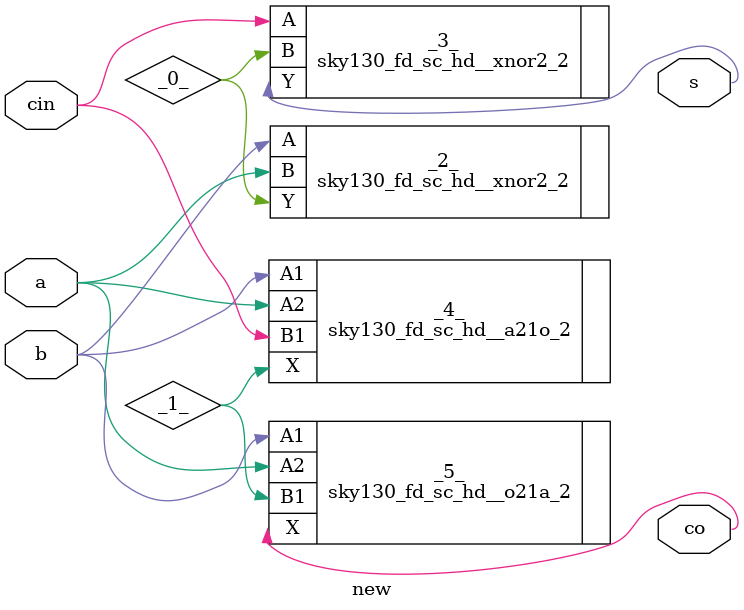
<source format=v>
/* Generated by Yosys 0.38 (git sha1 543faed9c8c, clang++ 17.0.6 -fPIC -Os) */

module \new (a, b, cin, co, s);
  wire _0_;
  wire _1_;
  input a;
  wire a;
  input b;
  wire b;
  input cin;
  wire cin;
  output co;
  wire co;
  output s;
  wire s;
  sky130_fd_sc_hd__xnor2_2 _2_ (
    .A(b),
    .B(a),
    .Y(_0_)
  );
  sky130_fd_sc_hd__xnor2_2 _3_ (
    .A(cin),
    .B(_0_),
    .Y(s)
  );
  sky130_fd_sc_hd__a21o_2 _4_ (
    .A1(b),
    .A2(a),
    .B1(cin),
    .X(_1_)
  );
  sky130_fd_sc_hd__o21a_2 _5_ (
    .A1(b),
    .A2(a),
    .B1(_1_),
    .X(co)
  );
endmodule

</source>
